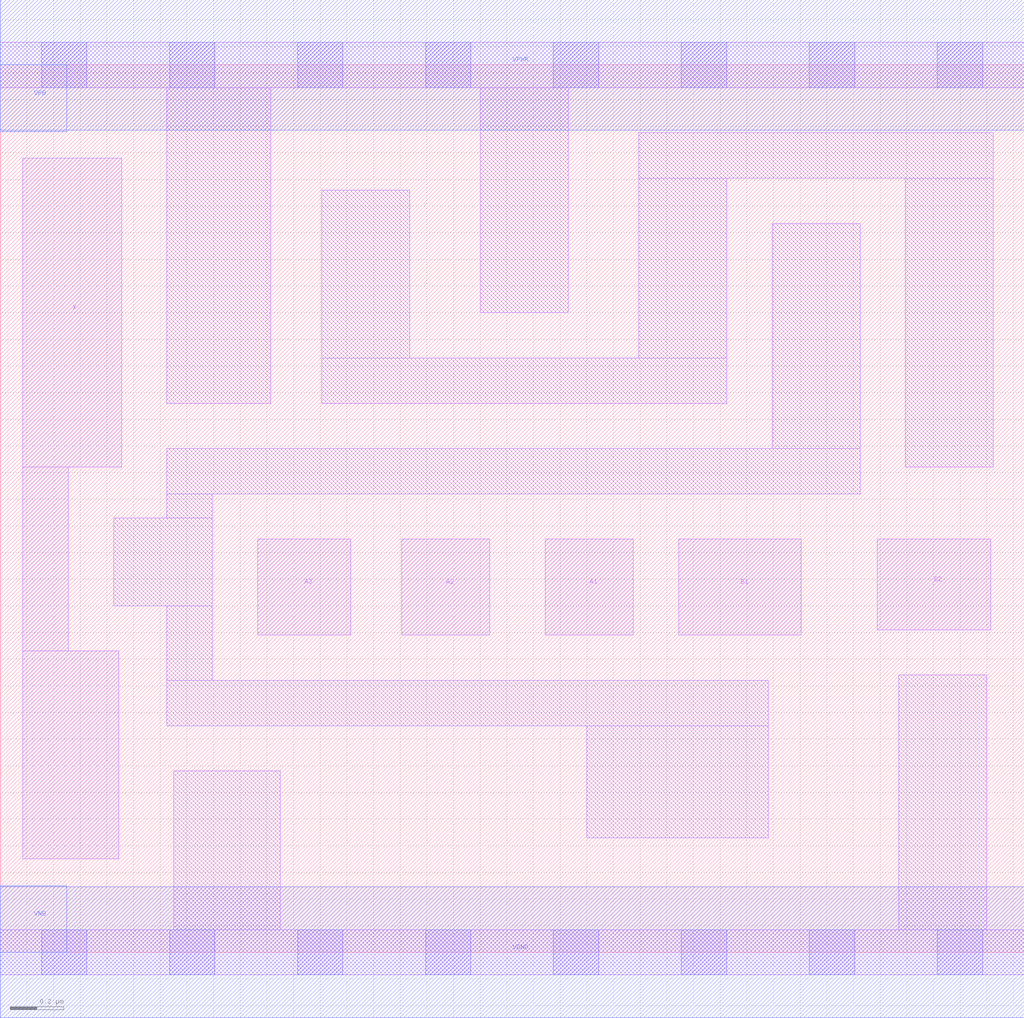
<source format=lef>
# Copyright 2020 The SkyWater PDK Authors
#
# Licensed under the Apache License, Version 2.0 (the "License");
# you may not use this file except in compliance with the License.
# You may obtain a copy of the License at
#
#     https://www.apache.org/licenses/LICENSE-2.0
#
# Unless required by applicable law or agreed to in writing, software
# distributed under the License is distributed on an "AS IS" BASIS,
# WITHOUT WARRANTIES OR CONDITIONS OF ANY KIND, either express or implied.
# See the License for the specific language governing permissions and
# limitations under the License.
#
# SPDX-License-Identifier: Apache-2.0

VERSION 5.5 ;
NAMESCASESENSITIVE ON ;
BUSBITCHARS "[]" ;
DIVIDERCHAR "/" ;
MACRO sky130_fd_sc_ms__a32o_1
  CLASS CORE ;
  SOURCE USER ;
  ORIGIN  0.000000  0.000000 ;
  SIZE  3.840000 BY  3.330000 ;
  SYMMETRY X Y ;
  SITE unit ;
  PIN A1
    ANTENNAGATEAREA  0.246000 ;
    DIRECTION INPUT ;
    USE SIGNAL ;
    PORT
      LAYER li1 ;
        RECT 2.045000 1.190000 2.375000 1.550000 ;
    END
  END A1
  PIN A2
    ANTENNAGATEAREA  0.246000 ;
    DIRECTION INPUT ;
    USE SIGNAL ;
    PORT
      LAYER li1 ;
        RECT 1.505000 1.190000 1.835000 1.550000 ;
    END
  END A2
  PIN A3
    ANTENNAGATEAREA  0.246000 ;
    DIRECTION INPUT ;
    USE SIGNAL ;
    PORT
      LAYER li1 ;
        RECT 0.965000 1.190000 1.315000 1.550000 ;
    END
  END A3
  PIN B1
    ANTENNAGATEAREA  0.246000 ;
    DIRECTION INPUT ;
    USE SIGNAL ;
    PORT
      LAYER li1 ;
        RECT 2.545000 1.190000 3.005000 1.550000 ;
    END
  END B1
  PIN B2
    ANTENNAGATEAREA  0.246000 ;
    DIRECTION INPUT ;
    USE SIGNAL ;
    PORT
      LAYER li1 ;
        RECT 3.290000 1.210000 3.715000 1.550000 ;
    END
  END B2
  PIN X
    ANTENNADIFFAREA  0.541300 ;
    DIRECTION OUTPUT ;
    USE SIGNAL ;
    PORT
      LAYER li1 ;
        RECT 0.085000 0.350000 0.445000 1.130000 ;
        RECT 0.085000 1.130000 0.255000 1.820000 ;
        RECT 0.085000 1.820000 0.455000 2.980000 ;
    END
  END X
  PIN VGND
    DIRECTION INOUT ;
    USE GROUND ;
    PORT
      LAYER met1 ;
        RECT 0.000000 -0.245000 3.840000 0.245000 ;
    END
  END VGND
  PIN VNB
    DIRECTION INOUT ;
    USE GROUND ;
    PORT
    END
  END VNB
  PIN VPB
    DIRECTION INOUT ;
    USE POWER ;
    PORT
    END
  END VPB
  PIN VNB
    DIRECTION INOUT ;
    USE GROUND ;
    PORT
      LAYER met1 ;
        RECT 0.000000 0.000000 0.250000 0.250000 ;
    END
  END VNB
  PIN VPB
    DIRECTION INOUT ;
    USE POWER ;
    PORT
      LAYER met1 ;
        RECT 0.000000 3.080000 0.250000 3.330000 ;
    END
  END VPB
  PIN VPWR
    DIRECTION INOUT ;
    USE POWER ;
    PORT
      LAYER met1 ;
        RECT 0.000000 3.085000 3.840000 3.575000 ;
    END
  END VPWR
  OBS
    LAYER li1 ;
      RECT 0.000000 -0.085000 3.840000 0.085000 ;
      RECT 0.000000  3.245000 3.840000 3.415000 ;
      RECT 0.425000  1.300000 0.795000 1.630000 ;
      RECT 0.625000  0.850000 2.880000 1.020000 ;
      RECT 0.625000  1.020000 0.795000 1.300000 ;
      RECT 0.625000  1.630000 0.795000 1.720000 ;
      RECT 0.625000  1.720000 3.225000 1.890000 ;
      RECT 0.625000  2.060000 1.015000 3.245000 ;
      RECT 0.650000  0.085000 1.050000 0.680000 ;
      RECT 1.205000  2.060000 2.725000 2.230000 ;
      RECT 1.205000  2.230000 1.535000 2.860000 ;
      RECT 1.800000  2.400000 2.130000 3.245000 ;
      RECT 2.200000  0.430000 2.880000 0.850000 ;
      RECT 2.395000  2.230000 2.725000 2.905000 ;
      RECT 2.395000  2.905000 3.725000 3.075000 ;
      RECT 2.895000  1.890000 3.225000 2.735000 ;
      RECT 3.370000  0.085000 3.700000 1.040000 ;
      RECT 3.395000  1.820000 3.725000 2.905000 ;
    LAYER mcon ;
      RECT 0.155000 -0.085000 0.325000 0.085000 ;
      RECT 0.155000  3.245000 0.325000 3.415000 ;
      RECT 0.635000 -0.085000 0.805000 0.085000 ;
      RECT 0.635000  3.245000 0.805000 3.415000 ;
      RECT 1.115000 -0.085000 1.285000 0.085000 ;
      RECT 1.115000  3.245000 1.285000 3.415000 ;
      RECT 1.595000 -0.085000 1.765000 0.085000 ;
      RECT 1.595000  3.245000 1.765000 3.415000 ;
      RECT 2.075000 -0.085000 2.245000 0.085000 ;
      RECT 2.075000  3.245000 2.245000 3.415000 ;
      RECT 2.555000 -0.085000 2.725000 0.085000 ;
      RECT 2.555000  3.245000 2.725000 3.415000 ;
      RECT 3.035000 -0.085000 3.205000 0.085000 ;
      RECT 3.035000  3.245000 3.205000 3.415000 ;
      RECT 3.515000 -0.085000 3.685000 0.085000 ;
      RECT 3.515000  3.245000 3.685000 3.415000 ;
  END
END sky130_fd_sc_ms__a32o_1
END LIBRARY

</source>
